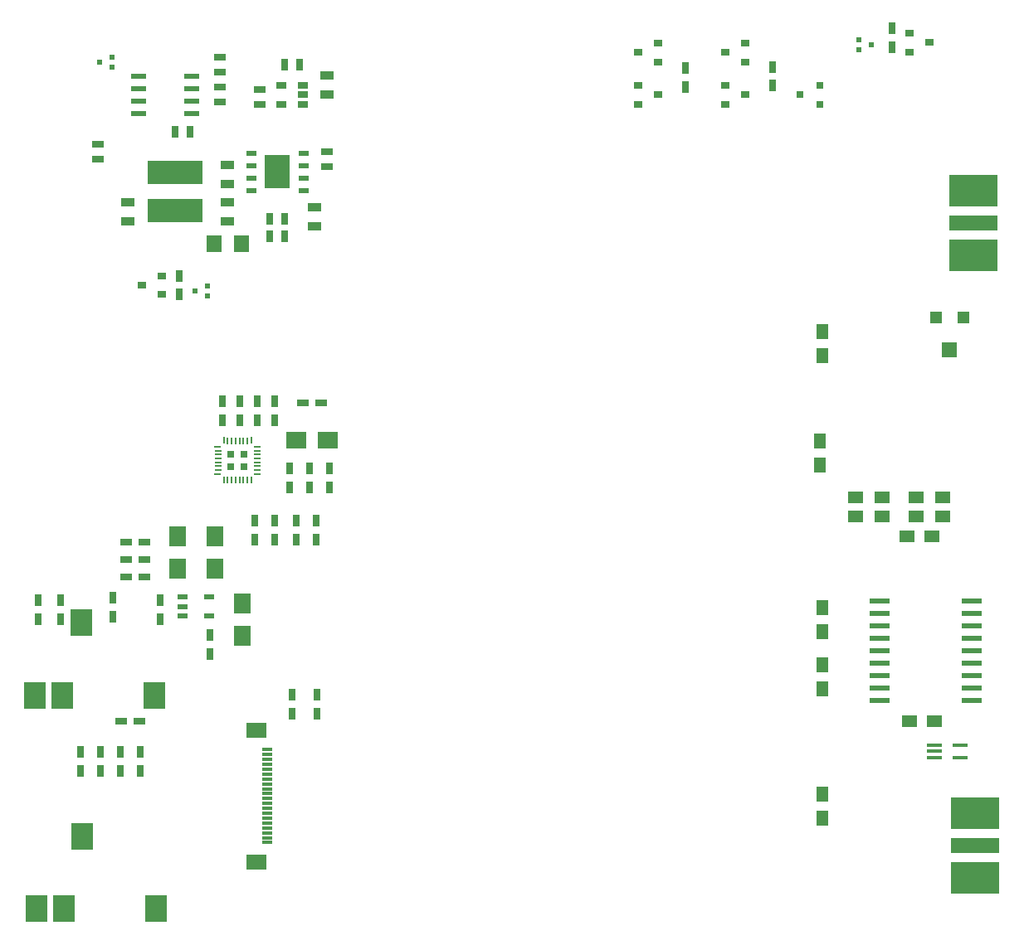
<source format=gbr>
G04 #@! TF.FileFunction,Paste,Top*
%FSLAX46Y46*%
G04 Gerber Fmt 4.6, Leading zero omitted, Abs format (unit mm)*
G04 Created by KiCad (PCBNEW 4.0.7) date 02/08/18 06:22:55*
%MOMM*%
%LPD*%
G01*
G04 APERTURE LIST*
%ADD10C,0.100000*%
%ADD11R,5.000000X1.600000*%
%ADD12R,5.000000X3.300000*%
%ADD13R,1.397000X0.889000*%
%ADD14R,0.635000X1.143000*%
%ADD15R,1.143000X0.635000*%
%ADD16R,1.600000X1.800000*%
%ADD17R,5.700000X2.400000*%
%ADD18R,1.050000X0.600000*%
%ADD19R,1.100000X0.510000*%
%ADD20R,2.600000X3.500000*%
%ADD21R,1.200000X0.750000*%
%ADD22R,0.750000X1.200000*%
%ADD23R,1.800860X2.148840*%
%ADD24R,2.148840X1.800860*%
%ADD25R,2.200000X2.800000*%
%ADD26R,1.100000X0.300000*%
%ADD27R,2.000000X1.500000*%
%ADD28R,0.599440X0.500380*%
%ADD29O,0.200000X0.750000*%
%ADD30R,0.200000X0.800000*%
%ADD31O,0.750000X0.200000*%
%ADD32R,0.800000X0.200000*%
%ADD33R,0.795000X0.795000*%
%ADD34R,1.060000X0.650000*%
%ADD35R,1.550000X0.600000*%
%ADD36R,0.900000X0.800000*%
%ADD37R,1.500000X0.400000*%
%ADD38R,1.250000X1.500000*%
%ADD39R,1.500000X1.250000*%
%ADD40R,1.500000X1.300000*%
%ADD41R,0.800100X0.800100*%
%ADD42R,1.200000X1.200000*%
%ADD43R,1.600000X1.500000*%
%ADD44R,2.000000X0.600000*%
G04 APERTURE END LIST*
D10*
D11*
X97200000Y-88200000D03*
D12*
X97200000Y-91500000D03*
X97200000Y-84900000D03*
X97200000Y-84900000D03*
D11*
X97030000Y-24650000D03*
D12*
X97030000Y-27950000D03*
X97030000Y-21350000D03*
X97030000Y-21350000D03*
D13*
X31092000Y-11498500D03*
X31092000Y-9593500D03*
D14*
X26774000Y-8514000D03*
X28298000Y-8514000D03*
D13*
X20932000Y-18737500D03*
X20932000Y-20642500D03*
D15*
X24234000Y-12578000D03*
X24234000Y-11054000D03*
D13*
X29822000Y-23055500D03*
X29822000Y-24960500D03*
D14*
X15598000Y-15372000D03*
X17122000Y-15372000D03*
X25250000Y-24262000D03*
X26774000Y-24262000D03*
D13*
X20932000Y-24452500D03*
X20932000Y-22547500D03*
X10772000Y-24452500D03*
X10772000Y-22547500D03*
D16*
X19532000Y-26802000D03*
X22332000Y-26802000D03*
D17*
X15598000Y-23418000D03*
X15598000Y-19518000D03*
D15*
X7724000Y-16642000D03*
X7724000Y-18166000D03*
X20170000Y-7752000D03*
X20170000Y-9276000D03*
X20170000Y-12324000D03*
X20170000Y-10800000D03*
D14*
X25250000Y-26040000D03*
X26774000Y-26040000D03*
D15*
X31092000Y-18928000D03*
X31092000Y-17404000D03*
D18*
X16360000Y-62870000D03*
X16360000Y-63820000D03*
X16360000Y-64770000D03*
X19060000Y-64770000D03*
X19060000Y-62870000D03*
D19*
X23362000Y-21341000D03*
X28662000Y-21341000D03*
X23362000Y-20071000D03*
X28662000Y-20071000D03*
X23362000Y-18801000D03*
X28662000Y-18801000D03*
X23362000Y-17531000D03*
X28662000Y-17531000D03*
D20*
X26012000Y-19436000D03*
D21*
X10584000Y-59060000D03*
X12484000Y-59060000D03*
D22*
X14074000Y-63190000D03*
X14074000Y-65090000D03*
D23*
X15852000Y-59923600D03*
X15852000Y-56672400D03*
D22*
X19154000Y-66746000D03*
X19154000Y-68646000D03*
D23*
X19662000Y-59923600D03*
X19662000Y-56672400D03*
D22*
X22202000Y-42870000D03*
X22202000Y-44770000D03*
D23*
X22456000Y-66781600D03*
X22456000Y-63530400D03*
D22*
X27282000Y-49728000D03*
X27282000Y-51628000D03*
X31346000Y-51628000D03*
X31346000Y-49728000D03*
D24*
X31193600Y-46868000D03*
X27942400Y-46868000D03*
D22*
X20424000Y-44770000D03*
X20424000Y-42870000D03*
X25758000Y-55062000D03*
X25758000Y-56962000D03*
X25758000Y-42870000D03*
X25758000Y-44770000D03*
X27917000Y-55062000D03*
X27917000Y-56962000D03*
D21*
X12484000Y-57282000D03*
X10584000Y-57282000D03*
X12484000Y-60838000D03*
X10584000Y-60838000D03*
D22*
X29314000Y-51628000D03*
X29314000Y-49728000D03*
X5946000Y-78684000D03*
X5946000Y-80584000D03*
X7978000Y-78684000D03*
X7978000Y-80584000D03*
D21*
X28618000Y-43058000D03*
X30518000Y-43058000D03*
D22*
X30076000Y-72842000D03*
X30076000Y-74742000D03*
X27536000Y-74742000D03*
X27536000Y-72842000D03*
X10010000Y-80584000D03*
X10010000Y-78684000D03*
D21*
X11976000Y-75570000D03*
X10076000Y-75570000D03*
D25*
X13600000Y-94700000D03*
X6100000Y-87300000D03*
X4200000Y-94700000D03*
X1400000Y-94700000D03*
X13500000Y-72900000D03*
X6000000Y-65500000D03*
X4100000Y-72900000D03*
X1300000Y-72900000D03*
D26*
X24996000Y-87440000D03*
X24996000Y-86940000D03*
X24996000Y-86440000D03*
X24996000Y-85940000D03*
X24996000Y-85440000D03*
X24996000Y-84940000D03*
X24996000Y-84440000D03*
X24996000Y-83940000D03*
X24996000Y-83440000D03*
X24996000Y-82940000D03*
X24996000Y-82440000D03*
X24996000Y-81940000D03*
X24996000Y-81440000D03*
X24996000Y-87940000D03*
X24996000Y-78440000D03*
X24996000Y-78940000D03*
X24996000Y-79440000D03*
X24996000Y-79940000D03*
X24996000Y-80440000D03*
X24996000Y-80940000D03*
D27*
X23846000Y-76490000D03*
X23846000Y-89890000D03*
D28*
X9136240Y-8760380D03*
X9136240Y-7759620D03*
X7835760Y-8260000D03*
D22*
X23980000Y-42870000D03*
X23980000Y-44770000D03*
X23726000Y-56962000D03*
X23726000Y-55062000D03*
X29949000Y-56962000D03*
X29949000Y-55062000D03*
X12042000Y-78684000D03*
X12042000Y-80584000D03*
D29*
X23348000Y-46875000D03*
D30*
X22948000Y-46900000D03*
X22548000Y-46900000D03*
X22148000Y-46900000D03*
X21748000Y-46900000D03*
X21348000Y-46900000D03*
X20948000Y-46900000D03*
D29*
X20548000Y-46875000D03*
D31*
X19923000Y-47500000D03*
D32*
X19948000Y-47900000D03*
X19948000Y-48300000D03*
X19948000Y-48700000D03*
X19948000Y-49100000D03*
X19948000Y-49500000D03*
X19948000Y-49900000D03*
D31*
X19923000Y-50300000D03*
D29*
X20548000Y-50925000D03*
D30*
X20948000Y-50900000D03*
X21348000Y-50900000D03*
X21748000Y-50900000D03*
X22148000Y-50900000D03*
X22548000Y-50900000D03*
X22948000Y-50900000D03*
D29*
X23348000Y-50925000D03*
D31*
X23973000Y-50300000D03*
D32*
X23948000Y-49900000D03*
X23948000Y-49500000D03*
X23948000Y-49100000D03*
X23948000Y-48700000D03*
X23948000Y-48300000D03*
X23948000Y-47900000D03*
D31*
X23973000Y-47500000D03*
D33*
X21285500Y-49562500D03*
X22610500Y-49562500D03*
X21285500Y-48237500D03*
X22610500Y-48237500D03*
D34*
X28636000Y-12512000D03*
X28636000Y-11562000D03*
X28636000Y-10612000D03*
X26436000Y-10612000D03*
X26436000Y-12512000D03*
D35*
X17282000Y-13467000D03*
X17282000Y-12197000D03*
X17282000Y-10927000D03*
X17282000Y-9657000D03*
X11882000Y-9657000D03*
X11882000Y-10927000D03*
X11882000Y-12197000D03*
X11882000Y-13467000D03*
D36*
X64858000Y-8194000D03*
X64858000Y-6294000D03*
X62858000Y-7244000D03*
X73748000Y-8194000D03*
X73748000Y-6294000D03*
X71748000Y-7244000D03*
X62858000Y-10612000D03*
X62858000Y-12512000D03*
X64858000Y-11562000D03*
X71748000Y-10612000D03*
X71748000Y-12512000D03*
X73748000Y-11562000D03*
D22*
X67668000Y-8834000D03*
X67668000Y-10734000D03*
X76558000Y-8707000D03*
X76558000Y-10607000D03*
X88750000Y-6670000D03*
X88750000Y-4770000D03*
D36*
X90528000Y-5278000D03*
X92528000Y-6228000D03*
X90528000Y-7178000D03*
D37*
X93008000Y-77968000D03*
X93008000Y-78618000D03*
X93008000Y-79268000D03*
X95668000Y-79268000D03*
X95668000Y-77968000D03*
D38*
X81638000Y-38212000D03*
X81638000Y-35712000D03*
X81384000Y-49388000D03*
X81384000Y-46888000D03*
X81638000Y-63906000D03*
X81638000Y-66406000D03*
X81638000Y-72248000D03*
X81638000Y-69748000D03*
X81638000Y-82956000D03*
X81638000Y-85456000D03*
D39*
X92790000Y-56690000D03*
X90290000Y-56690000D03*
X93048000Y-75570000D03*
X90548000Y-75570000D03*
D40*
X84987000Y-52710000D03*
X87687000Y-52710000D03*
X87687000Y-54615000D03*
X84987000Y-54615000D03*
X93910000Y-52710000D03*
X91210000Y-52710000D03*
X91210000Y-54615000D03*
X93910000Y-54615000D03*
D41*
X81368760Y-12512000D03*
X81368760Y-10612000D03*
X79369780Y-11562000D03*
D42*
X95992000Y-34326000D03*
X93192000Y-34326000D03*
D43*
X94592000Y-37566000D03*
D44*
X96860000Y-73430000D03*
X96860000Y-72160000D03*
X96860000Y-70890000D03*
X96860000Y-69620000D03*
X96860000Y-68350000D03*
X96860000Y-67080000D03*
X96860000Y-65810000D03*
X96860000Y-64540000D03*
X96860000Y-63270000D03*
X87460000Y-63270000D03*
X87460000Y-64540000D03*
X87460000Y-65810000D03*
X87460000Y-67080000D03*
X87460000Y-68350000D03*
X87460000Y-69620000D03*
X87460000Y-70890000D03*
X87460000Y-72160000D03*
X87460000Y-73430000D03*
D22*
X9248000Y-64836000D03*
X9248000Y-62936000D03*
X3914000Y-65090000D03*
X3914000Y-63190000D03*
X1628000Y-65090000D03*
X1628000Y-63190000D03*
D28*
X85305760Y-5981620D03*
X85305760Y-6982380D03*
X86606240Y-6482000D03*
D36*
X14201000Y-31943000D03*
X12201000Y-30993000D03*
X14201000Y-30043000D03*
D28*
X18915240Y-32128380D03*
X18915240Y-31127620D03*
X17614760Y-31628000D03*
D22*
X15979000Y-30043000D03*
X15979000Y-31943000D03*
M02*

</source>
